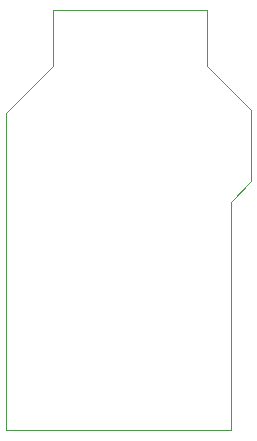
<source format=gbr>
%TF.GenerationSoftware,KiCad,Pcbnew,(5.0.0-rc3-dev)*%
%TF.CreationDate,2019-02-19T23:08:01+00:00*%
%TF.ProjectId,solar_breakout,736F6C61725F627265616B6F75742E6B,rev?*%
%TF.SameCoordinates,Original*%
%TF.FileFunction,Profile,NP*%
%FSLAX46Y46*%
G04 Gerber Fmt 4.6, Leading zero omitted, Abs format (unit mm)*
G04 Created by KiCad (PCBNEW (5.0.0-rc3-dev)) date 02/19/19 23:08:01*
%MOMM*%
%LPD*%
G01*
G04 APERTURE LIST*
%ADD10C,0.010000*%
G04 APERTURE END LIST*
D10*
X157700000Y-124300000D02*
X138700000Y-124300000D01*
X157700000Y-104950000D02*
X157700000Y-124300000D01*
X159450000Y-97200000D02*
X159450000Y-103200000D01*
X157700000Y-104950000D02*
X159450000Y-103200000D01*
X138700000Y-97450000D02*
X138700000Y-124300000D01*
X155700000Y-93450000D02*
X155700000Y-88700000D01*
X159450000Y-97200000D02*
X155700000Y-93450000D01*
X142700000Y-93450000D02*
X142700000Y-88700000D01*
X138700000Y-97450000D02*
X142700000Y-93450000D01*
X155700000Y-88700000D02*
X142700000Y-88700000D01*
M02*

</source>
